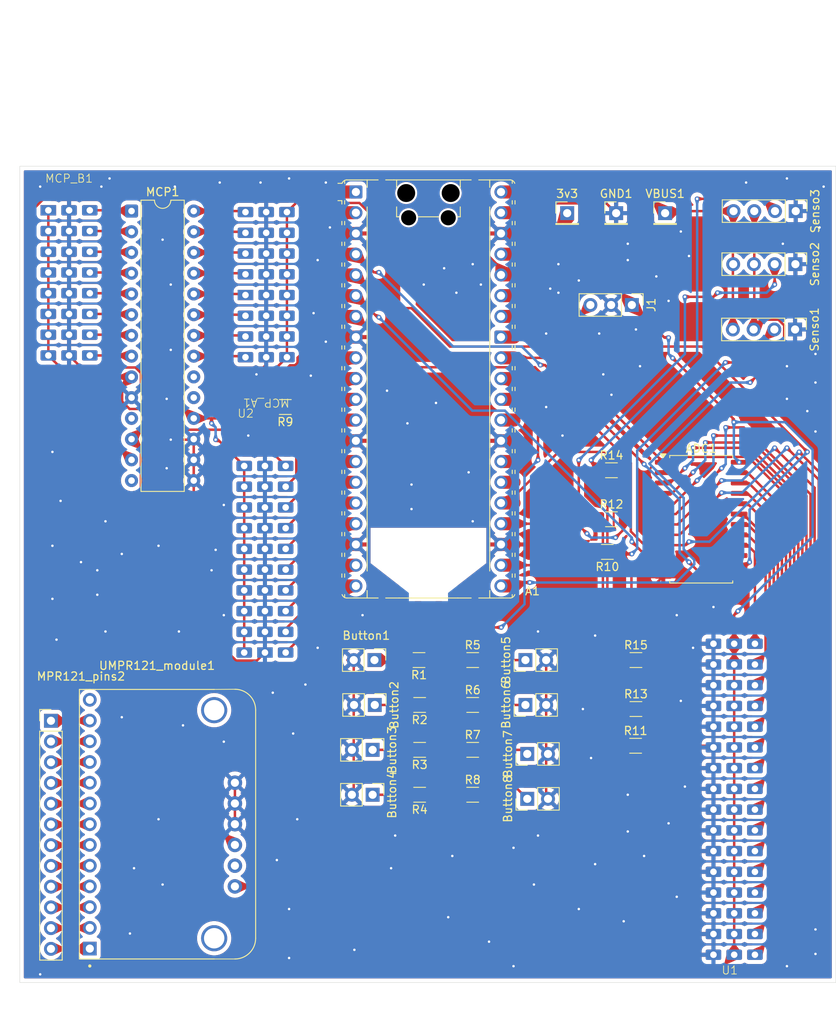
<source format=kicad_pcb>
(kicad_pcb (version 20241229) (generator "pcbnew") (generator_version "9.0")
  (layers (0 "F.Cu" signal) (2 "B.Cu" signal) (13 "F.Paste" user) (15 "B.Paste" user) (5 "F.SilkS" user "F.Silkscreen") (7 "B.SilkS" user "B.Silkscreen") (1 "F.Mask" user) (3 "B.Mask" user) (25 "Edge.Cuts" user))
  (net 0 "")
  (net 3 "Net-(A1-GPIO0)")
  (net 5 "Net-(A1-GPIO4)")
  (net 7 "Net-(A1-GPIO5)")
  (net 8 "Net-(A1-GPIO2)")
  (net 9 "Net-(A1-GPIO26_ADC0)")
  (net 10 "Net-(A1-GPIO27_ADC1)")
  (net 11 "Net-(A1-GPIO1)")
  (net 13 "Net-(A1-GPIO3)")
  (net 14 "Net-(A1-GPIO14)")
  (net 15 "Net-(A1-GPIO6)")
  (net 16 "Net-(A1-GPIO18)")
  (net 17 "Net-(A1-GPIO15)")
  (net 18 "Net-(A1-GPIO12)")
  (net 19 "Net-(A1-GPIO28_ADC2)")
  (net 20 "Net-(A1-GPIO10)")
  (net 21 "Net-(A1-GPIO16)")
  (net 22 "Net-(A1-GPIO17)")
  (net 23 "Net-(A1-GPIO9)")
  (net 24 "Net-(A1-GPIO19)")
  (net 25 "Net-(A1-GPIO13)")
  (net 26 "Net-(A1-GPIO8)")
  (net 27 "Net-(A1-GPIO7)")
  (net 28 "Net-(A1-GPIO11)")
  (net 29 "GND")
  (net 30 "Net-(ADC1-I3)")
  (net 31 "Net-(ADC1-I1)")
  (net 32 "Net-(ADC1-I0)")
  (net 33 "Net-(ADC1-I6)")
  (net 34 "Net-(ADC1-I8)")
  (net 35 "Net-(ADC1-I10)")
  (net 36 "Net-(ADC1-I4)")
  (net 37 "Net-(ADC1-I7)")
  (net 38 "Net-(ADC1-I5)")
  (net 39 "Net-(ADC1-I13)")
  (net 40 "Net-(ADC1-I12)")
  (net 41 "Net-(ADC1-I11)")
  (net 42 "Net-(ADC1-I9)")
  (net 43 "Net-(ADC1-I2)")
  (net 44 "Net-(ADC1-I14)")
  (net 45 "Net-(ADC1-I15)")
  (net 46 "Net-(MPR121_pins2-Pin_11)")
  (net 47 "Net-(MPR121_pins2-Pin_2)")
  (net 48 "Net-(MPR121_pins2-Pin_6)")
  (net 49 "Net-(MPR121_pins2-Pin_7)")
  (net 50 "Net-(MPR121_pins2-Pin_8)")
  (net 51 "Net-(MPR121_pins2-Pin_12)")
  (net 52 "Net-(MPR121_pins2-Pin_1)")
  (net 53 "Net-(MPR121_pins2-Pin_4)")
  (net 54 "Net-(MPR121_pins2-Pin_3)")
  (net 55 "Net-(MPR121_pins2-Pin_9)")
  (net 56 "Net-(MPR121_pins2-Pin_10)")
  (net 57 "Net-(MPR121_pins2-Pin_5)")
  (net 58 "Net-(Button1-Pin_1)")
  (net 59 "Net-(Button2-Pin_1)")
  (net 60 "Net-(Button3-Pin_1)")
  (net 61 "Net-(Button4-Pin_1)")
  (net 62 "Net-(Button5-Pin_1)")
  (net 63 "Net-(Button6-Pin_1)")
  (net 64 "Net-(Button7-Pin_1)")
  (net 68 "Net-(U2-A1)")
  (net 69 "Net-(Senso1-Pin_2)")
  (net 70 "Net-(Senso2-Pin_2)")
  (net 71 "Net-(3v3-Pin_1)")
  (net 72 "Net-(A1-VBUS)")
  (net 74 "Net-(MCP1-GPA4)")
  (net 75 "Net-(MCP1-GPA1)")
  (net 76 "Net-(MCP1-GPA5)")
  (net 77 "Net-(MCP1-GPB2)")
  (net 79 "Net-(MCP1-GPA3)")
  (net 80 "Net-(MCP1-GPB6)")
  (net 82 "Net-(MCP1-GPB5)")
  (net 83 "Net-(MCP1-GPB1)")
  (net 85 "Net-(MCP1-GPA0)")
  (net 86 "Net-(MCP1-GPB7)")
  (net 87 "Net-(MCP1-GPA2)")
  (net 88 "Net-(MCP1-GPB0)")
  (net 89 "Net-(MCP1-GPA7)")
  (net 90 "Net-(MCP1-GPA6)")
  (net 91 "Net-(MCP1-GPB3)")
  (net 92 "Net-(MCP1-GPB4)")
  (net 93 "Net-(Senso3-Pin_2)")
  (footprint "Package_DIP:DIP-28_W7.62mm" (layer "F.Cu") (at 123.695 55.49)
    (property "Reference" "MCP1")
    (property "Value" "MCP23017_SP")
  )
  (footprint "Resistor_SMD:R_1206_3216Metric" (layer "F.Cu") (at 185.5 116.5)
    (property "Reference" "R13")
    (property "Value" "2k")
  )
  (footprint "Resistor_SMD:R_1206_3216Metric" (layer "F.Cu") (at 165.4975 127)
    (property "Reference" "R8")
    (property "Value" "10k")
  )
  (footprint "Package_SO:SOIC-24W_7.5x15.4mm_P1.27mm" (layer "F.Cu") (at 193.5 93.25)
    (property "Reference" "ADC1")
    (property "Value" "CD74HC4067M")
  )
  (footprint "Module:RaspberryPi_Pico_Common_Unspecified" (layer "F.Cu") (at 160.075 77.2875)
    (property "Reference" "A1")
    (property "Value" "RaspberryPi_Pico")
  )
  (footprint "Connector_PinHeader_2.54mm:PinHeader_1x02_P2.54mm_Vertical" (layer "F.Cu") (at 153.5 116 -90)
    (property "Reference" "Button2")
    (property "Value" "Conn_01x02_Pin")
  )
  (footprint "Resistor_SMD:R_1206_3216Metric" (layer "F.Cu") (at 182.5 93.25)
    (property "Reference" "R12")
    (property "Value" "1k")
  )
  (footprint "Connector_PinHeader_2.54mm:PinHeader_1x02_P2.54mm_Vertical" (layer "F.Cu") (at 172.185 127.5 90)
    (property "Reference" "Button8")
    (property "Value" "Conn_01x02_Pin")
  )
  (footprint "Connector_PinHeader_2.54mm:PinHeader_1x01_P2.54mm_Vertical" (layer "F.Cu") (at 189.075 55.75)
    (property "Reference" "VBUS1")
    (property "Value" "Conn_01x01_Pin")
  )
  (footprint "Resistor_SMD:R_1206_3216Metric" (layer "F.Cu") (at 165.4975 121.5)
    (property "Reference" "R7")
    (property "Value" "1.2k")
  )
  (footprint "Connector_PinHeader_2.54mm:PinHeader_1x04_P2.54mm_Vertical" (layer "F.Cu") (at 205.04 62 -90)
    (property "Reference" "Senso2")
    (property "Value" "Conn_01x04_Pin")
  )
  (footprint "Resistor_SMD:R_1206_3216Metric" (layer "F.Cu") (at 165.4975 116)
    (property "Reference" "R6")
    (property "Value" "1.6k")
  )
  (footprint "Library:PinHeader_3x16_2.54mm" (layer "F.Cu") (at 200.08 146.6 180)
    (property "Reference" "U1")
    (property "Value" "~")
  )
  (footprint "Connector_PinHeader_2.54mm:PinHeader_1x02_P2.54mm_Vertical" (layer "F.Cu") (at 171.96 116 90)
    (property "Reference" "Button6")
    (property "Value" "Conn_01x02_Pin")
  )
  (footprint "Resistor_SMD:R_1206_3216Metric" (layer "F.Cu") (at 158.9975 121.5 180)
    (property "Reference" "R3")
    (property "Value" "4.7k")
  )
  (footprint "Library:PinHeader_3x10" (layer "F.Cu") (at 137.5 86.72)
    (property "Reference" "U2")
    (property "Value" "~")
  )
  (footprint "Resistor_SMD:R_1206_3216Metric" (layer "F.Cu") (at 182.5 87.25)
    (property "Reference" "R14")
    (property "Value" "1k")
  )
  (footprint "Resistor_SMD:R_1206_3216Metric" (layer "F.Cu") (at 185.5 110.5)
    (property "Reference" "R15")
    (property "Value" "2k")
  )
  (footprint "Resistor_SMD:R_1206_3216Metric" (layer "F.Cu") (at 158.9225 110.5 180)
    (property "Reference" "R1")
    (property "Value" "15k")
  )
  (footprint "Connector_PinHeader_2.54mm:PinHeader_1x01_P2.54mm_Vertical" (layer "F.Cu") (at 183.075 55.75)
    (property "Reference" "GND1")
    (property "Value" "Conn_01x01_Pin")
  )
  (footprint "Resistor_SMD:R_1206_3216Metric" (layer "F.Cu") (at 165.4975 110.5)
    (property "Reference" "R5")
    (property "Value" "2.2k")
  )
  (footprint "1982:MODULE_1982" (layer "F.Cu") (at 136.36075 147.1175 90)
    (property "Reference" "UMPR121_module1")
    (property "Value" "1982")
  )
  (footprint "Connector_PinHeader_2.54mm:PinHeader_1x01_P2.54mm_Vertical" (layer "F.Cu") (at 177.075 55.75)
    (property "Reference" "3v3")
    (property "Value" "Conn_01x01_Pin")
  )
  (footprint "Connector_PinHeader_2.54mm:PinHeader_1x02_P2.54mm_Vertical" (layer "F.Cu") (at 153.46 110.5 -90)
    (property "Reference" "Button1")
    (property "Value" "Conn_01x02_Pin" (hide yes))
  )
  (footprint "Connector_PinHeader_2.54mm:PinHeader_1x12_P2.54mm_Vertical" (layer "F.Cu") (at 113.82075 117.9375)
    (property "Reference" "MPR121_pins2")
    (property "Value" "Conn_01x12_Pin")
  )
  (footprint "Library:PinHeader_3x8_2.54mm" (layer "F.Cu") (at 140.195 73.4 180)
    (property "Reference" "MCP_A1")
    (property "Value" "~")
  )
  (footprint "Connector_PinHeader_2.54mm:PinHeader_1x02_P2.54mm_Vertical" (layer "F.Cu") (at 172.185 122 90)
    (property "Reference" "Button7")
    (property "Value" "Conn_01x02_Pin")
  )
  (footprint "Resistor_SMD:R_1206_3216Metric" (layer "F.Cu") (at 185.4625 121)
    (property "Reference" "R11")
    (property "Value" "2k")
  )
  (footprint "Connector_PinHeader_2.54mm:PinHeader_1x03_P2.54mm_Vertical" (layer "F.Cu") (at 185 67 -90)
    (property "Reference" "J1")
    (property "Value" "Conn_01x03_Pin")
  )
  (footprint "Resistor_SMD:R_1206_3216Metric" (layer "F.Cu") (at 158.9975 127 180)
    (property "Reference" "R4")
    (property "Value" "3k")
  )
  (footprint "Connector_PinHeader_2.54mm:PinHeader_1x04_P2.54mm_Vertical" (layer "F.Cu") (at 205 70 -90)
    (property "Reference" "Senso1")
    (property "Value" "Conn_01x04_Pin")
  )
  (footprint "Connector_PinHeader_2.54mm:PinHeader_1x04_P2.54mm_Vertical" (layer "F.Cu") (at 205.08 55.5 -90)
    (property "Reference" "Senso3")
    (property "Value" "Conn_01x04_Pin")
  )
  (footprint "Resistor_SMD:R_1206_3216Metric" (layer "F.Cu") (at 142.5375 79.5 180)
    (property "Reference" "R9")
    (property "Value" "330")
  )
  (footprint "Connector_PinHeader_2.54mm:PinHeader_1x02_P2.54mm_Vertical" (layer "F.Cu") (at 171.96 110.5 90)
    (property "Reference" "Button5")
    (property "Value" "Conn_01x02_Pin")
  )
  (footprint "Library:PinHeader_3x8_2.54mm" (layer "F.Cu") (at 116.04 55.4)
    (property "Reference" "MCP_B1")
    (property "Value" "~")
  )
  (footprint "Resistor_SMD:R_1206_3216Metric" (layer "F.Cu") (at 182 97.25 180)
    (property "Reference" "R10")
    (property "Value" "1k")
  )
  (footprint "Connector_PinHeader_2.54mm:PinHeader_1x02_P2.54mm_Vertical" (layer "F.Cu") (at 153.235 121.5 -90)
    (property "Reference" "Button3")
    (property "Value" "Conn_01x02_Pin")
  )
  (footprint "Connector_PinHeader_2.54mm:PinHeader_1x02_P2.54mm_Vertical" (layer "F.Cu") (at 153.235 127 -90)
    (property "Reference" "Button4")
    (property "Value" "Conn_01x02_Pin")
  )
  (footprint "Resistor_SMD:R_1206_3216Metric" (layer "F.Cu") (at 158.9975 116 180)
    (property "Reference" "R2")
    (property "Value" "7.5k")
  )
  (gr_rect (start 110 50) (end 210 150) (stroke (width 0.05)) (fill no) (layer "Edge.Cuts"))
  (segment (start 111.5 55.422424) (end 113.764924 53.1575) (width 0.3) (layer "F.Cu") (net 3))
  (segment (start 111.5 73.775) (end 111.5 55.422424) (width 0.3) (layer "F.Cu") (net 3))
  (segment (start 113.764924 53.1575) (end 150.385 53.1575) (width 0.3) (layer "F.Cu") (net 3))
  (segment (start 123.695 85.97) (end 111.5 73.775) (width 0.3) (layer "F.Cu") (net 3))
  (segment (start 154 68.5) (end 153.8275 68.5) (width 0.3) (layer "F.Cu") (net 5))
  (segment (start 187.965 98.965) (end 185 96) (width 0.3) (layer "F.Cu") (net 5))
  (segment (start 153.8275 68.5) (end 151.185 65.8575) (width 0.3) (layer "F.Cu") (net 5))
  (segment (start 188.85 98.965) (end 187.965 98.965) (width 0.3) (layer "F.Cu") (net 5))
  (via (at 185 96) (size 0.6) (drill 0.3) (layers "F.Cu" "B.Cu") (net 5))
  (via (at 154 68.5) (size 0.6) (drill 0.3) (layers "F.Cu" "B.Cu") (net 5))
  (segment (start 165.4465 79.9465) (end 154 68.5) (width 0.3) (layer "B.Cu") (net 5))
  (segment (start 169.44176 79.9465) (end 165.4465 79.9465) (width 0.3) (layer "B.Cu") (net 5))
  (segment (start 185 96) (end 185 95.50474) (width 0.3) (layer "B.Cu") (net 5))
  (segment (start 185 95.50474) (end 169.44176 79.9465) (width 0.3) (layer "B.Cu") (net 5))
  (segment (start 188.85 97.695) (end 187.825001 97.695) (width 0.3) (layer "F.Cu") (net 7))
  (segment (start 157.416 74.6285) (end 151.185 68.3975) (width 0.3) (layer "F.Cu") (net 7))
  (segment (start 184.876 94.745999) (end 184.876 86.36913) (width 0.3) (layer "F.Cu") (net 7))
  (segment (start 184.876 86.36913) (end 173.13537 74.6285) (width 0.3) (layer "F.Cu") (net 7))
  (segment (start 187.825001 97.695) (end 184.876 94.745999) (width 0.3) (layer "F.Cu") (net 7))
  (segment (start 173.13537 74.6285) (end 157.416 74.6285) (width 0.3) (layer "F.Cu") (net 7))
  (segment (start 153.4075 63) (end 151.185 60.7775) (width 0.3) (layer "F.Cu") (net 8))
  (segment (start 193.735 100.235) (end 192 98.5) (width 0.3) (layer "F.Cu") (net 8))
  (segment (start 198.15 100.235) (end 193.735 100.235) (width 0.3) (layer "F.Cu") (net 8))
  (segment (start 186.5 86.5) (end 174.367381 74.367381) (width 0.3) (layer "F.Cu") (net 8))
  (segment (start 154 63) (end 153.4075 63) (width 0.3) (layer "F.Cu") (net 8))
  (segment (start 174.367381 74.367381) (end 173.79349 74.367381) (width 0.3) (layer "F.Cu") (net 8))
  (via (at 186.5 86.5) (size 0.6) (drill 0.3) (layers "F.Cu" "B.Cu") (net 8))
  (via (at 173.79349 74.367381) (size 0.6) (drill 0.3) (layers "F.Cu" "B.Cu") (net 8))
  (via (at 192 98.5) (size 0.6) (drill 0.3) (layers "F.Cu" "B.Cu") (net 8))
  (via (at 154 63) (size 0.6) (drill 0.3) (layers "F.Cu" "B.Cu") (net 8))
  (segment (start 190.849 97.349) (end 190.849 93.5) (width 0.3) (layer "B.Cu") (net 8))
  (segment (start 163.0935 72.0935) (end 154 63) (width 0.3) (layer "B.Cu") (net 8))
  (segment (start 192 98.5) (end 190.849 97.349) (width 0.3) (layer "B.Cu") (net 8))
  (segment (start 171.519609 72.0935) (end 163.0935 72.0935) (width 0.3) (layer "B.Cu") (net 8))
  (segment (start 173.79349 74.367381) (end 171.519609 72.0935) (width 0.3) (layer "B.Cu") (net 8))
  (segment (start 190.849 93.5) (end 190.849 90.849) (width 0.3) (layer "B.Cu") (net 8))
  (segment (start 190.849 90.849) (end 186.5 86.5) (width 0.3) (layer "B.Cu") (net 8))
  (segment (start 159.5465 127.88087) (end 159.89163 128.226) (width 0.3) (layer "F.Cu") (net 9))
  (segment (start 164.035 121.5) (end 164.035 127) (width 0.3) (layer "F.Cu") (net 9))
  (segment (start 170.0175 76.0175) (end 173.5 79.5) (width 0.3) (layer "F.Cu") (net 9))
  (segment (start 165.261 125.774) (end 170.459 125.774) (width 0.3) (layer "F.Cu") (net 9))
  (segment (start 164.035 127) (end 165.261 125.774) (width 0.3) (layer "F.Cu") (net 9))
  (segment (start 164.035 125.21937) (end 164.035 121.5) (width 0.3) (layer "F.Cu") (net 9))
  (segment (start 170.459 125.774) (end 172.185 127.5) (width 0.3) (layer "F.Cu") (net 9))
  (segment (start 168.965 76.0175) (end 170.0175 76.0175) (width 0.3) (layer "F.Cu") (net 9))
  (segment (start 173.5 79.5) (end 173.5 86) (width 0.3) (layer "F.Cu") (net 9))
  (segment (start 159.89163 128.226) (end 161.02837 128.226) (width 0.3) (layer "F.Cu") (net 9))
  (segment (start 166.5 106.5) (end 164.938804 104.938804) (width 0.3) (layer "F.Cu") (net 9))
  (segment (start 161.5 124.16563) (end 159.5465 126.11913) (width 0.3) (layer "F.Cu") (net 9))
  (segment (start 159.5465 126.11913) (end 159.5465 127.88087) (width 0.3) (layer "F.Cu") (net 9))
  (segment (start 161.5 108.377609) (end 161.5 124.16563) (width 0.3) (layer "F.Cu") (net 9))
  (segment (start 161.02837 128.226) (end 164.035 125.21937) (width 0.3) (layer "F.Cu") (net 9))
  (segment (start 169 106.5) (end 166.5 106.5) (width 0.3) (layer "F.Cu") (net 9))
  (segment (start 161.5 108.377609) (end 164.938804 104.938804) (width 0.3) (layer "F.Cu") (net 9))
  (segment (start 161.499 108.378609) (end 161.5 108.377609) (width 0.3) (layer "F.Cu") (net 9))
  (via (at 169 106.5) (size 0.6) (drill 0.3) (layers "F.Cu" "B.Cu") (net 9))
  (via (at 173.5 86) (size 0.6) (drill 0.3) (layers "F.Cu" "B.Cu") (net 9))
  (segment (start 171.849 87.651) (end 171.849 103.651) (width 0.3) (layer "B.Cu") (net 9))
  (segment (start 173.5 86) (end 171.849 87.651) (width 0.3) (layer "B.Cu") (net 9))
  (segment (start 171.849 103.651) (end 169 106.5) (width 0.3) (layer "B.Cu") (net 9))
  (segment (start 188.85 86.265) (end 176.0625 73.4775) (width 0.3) (layer "F.Cu") (net 10))
  (segment (start 176.0625 73.4775) (end 169.765 73.4775) (width 0.3) (layer "F.Cu") (net 10))
  (segment (start 145.3025 55.6975) (end 150.385 55.6975) (width 0.3) (layer "F.Cu") (net 11))
  (segment (start 143.114 74.386) (end 143.726576 74.386) (width 0.3) (layer "F.Cu") (net 11))
  (segment (start 144.5 73) (end 144.5 56.5) (width 0.3) (layer "F.Cu") (net 11))
  (segment (start 136.36075 133.1475) (end 124.846 121.63275) (width 0.3) (layer "F.Cu") (net 11))
  (segment (start 123.695 83.43) (end 124.846 82.279) (width 0.3) (layer "F.Cu") (net 11))
  (segment (start 135.221 82.279) (end 143.114 74.386) (width 0.3) (layer "F.Cu") (net 11))
  (segment (start 143.726576 74.386) (end 144.0385 74.074076) (width 0.3) (layer "F.Cu") (net 11))
  (segment (start 124.846 121.63275) (end 124.846 84.581) (width 0.3) (layer "F.Cu") (net 11))
  (segment (start 144.0385 74.074076) (end 144.0385 73.4615) (width 0.3) (layer "F.Cu") (net 11))
  (segment (start 144.0385 73.4615) (end 144.5 73) (width 0.3) (layer "F.Cu") (net 11))
  (segment (start 124.846 82.279) (end 135.221 82.279) (width 0.3) (layer "F.Cu") (net 11))
  (segment (start 124.846 84.581) (end 123.695 83.43) (width 0.3) (layer "F.Cu") (net 11))
  (segment (start 144.5 56.5) (end 145.3025 55.6975) (width 0.3) (layer "F.Cu") (net 11))
  (segment (start 157.993629 67.3885) (end 155.256 67.3885) (width 0.3) (layer "F.Cu") (net 13))
  (segment (start 206.5 85) (end 193.5935 72.0935) (width 0.3) (layer "F.Cu") (net 13))
  (segment (start 198.965 98.965) (end 199.43 98.5) (width 0.3) (layer "F.Cu") (net 13))
  (segment (start 162.698629 72.0935) (end 157.993629 67.3885) (width 0.3) (layer "F.Cu") (net 13))
  (segment (start 198.15 98.965) (end 198.965 98.965) (width 0.3) (layer "F.Cu") (net 13))
  (segment (start 155.256 67.3885) (end 151.185 63.3175) (width 0.3) (layer "F.Cu") (net 13))
  (segment (start 193.5935 72.0935) (end 162.698629 72.0935) (width 0.3) (layer "F.Cu") (net 13))
  (via (at 206.5 85) (size 0.6) (drill 0.3) (layers "F.Cu" "B.Cu") (net 13))
  (via (at 199.43 98.5) (size 0.6) (drill 0.3) (layers "F.Cu" "B.Cu") (net 13))
  (segment (start 199.43 92.07) (end 206.5 85) (width 0.3) (layer "B.Cu") (net 13))
  (segment (start 199.43 98.5) (end 199.43 92.07) (width 0.3) (layer "B.Cu") (net 13))
  (segment (start 142.58 107.04) (end 142.58 106.6825) (width 0.3) (layer "F.Cu") (net 14))
  (segment (start 142.58 106.6825) (end 150.385 98.8775) (width 0.3) (layer "F.Cu") (net 14))
  (segment (start 144 79.5) (end 150.0225 73.4775) (width 0.3) (layer "F.Cu") (net 15))
  (segment (start 150.0225 73.4775) (end 150.385 73.4775) (width 0.3) (layer "F.Cu") (net 15))
  (segment (start 183.9625 94.5375) (end 183 95.5) (width 0.3) (layer "F.Cu") (net 16))
  (segment (start 178.2975 93.7975) (end 169.765 93.7975) (width 0.3) (layer "F.Cu") (net 16))
  (segment (start 183.9625 93.25) (end 183.9625 94.5375) (width 0.3) (layer "F.Cu") (net 16))
  (segment (start 179.5 95) (end 178.2975 93.7975) (width 0.3) (layer "F.Cu") (net 16))
  (via (at 183 95.5) (size 0.6) (drill 0.3) (layers "F.Cu" "B.Cu") (net 16))
  (via (at 179.5 95) (size 0.6) (drill 0.3) (layers "F.Cu" "B.Cu") (net 16))
  (segment (start 180 95.5) (end 179.5 95) (width 0.3) (layer "B.Cu") (net 16))
  (segment (start 183 95.5) (end 180 95.5) (width 0.3) (layer "B.Cu") (net 16))
  (segment (start 150.385 101.775) (end 150.385 101.4175) (width 0.3) (layer "F.Cu") (net 17))
  (segment (start 142.58 109.58) (end 150.385 101.775) (width 0.3) (layer "F.Cu") (net 17))
  (segment (start 147.7425 91.2575) (end 150.385 91.2575) (width 0.3) (layer "F.Cu") (net 18))
  (segment (start 147.5 91.5) (end 147.7425 91.2575) (width 0.3) (layer "F.Cu") (net 18))
  (segment (start 147.5 97.04) (end 147.5 91.5) (width 0.3) (layer "F.Cu") (net 18))
  (segment (start 142.58 101.96) (end 147.5 97.04) (width 0.3) (layer "F.Cu") (net 18))
  (segment (start 178.5225 68.3975) (end 169.765 68.3975) (width 0.3) (layer "F.Cu") (net 19))
  (segment (start 179.92 67) (end 178.5225 68.3975) (width 0.3) (layer "F.Cu") (net 19))
  (segment (start 142.58 96.88) (end 146 93.46) (width 0.3) (layer "F.Cu") (net 20))
  (segment (start 146 86.5) (end 146.3225 86.1775) (width 0.3) (layer "F.Cu") (net 20))
  (segment (start 146.3225 86.1775) (end 150.385 86.1775) (width 0.3) (layer "F.Cu") (net 20))
  (segment (start 146 93.46) (end 146 86.5) (width 0.3) (layer "F.Cu") (net 20))
  (segment (start 170.1825 101) (end 169.765 101.4175) (width 0.3) (layer "F.Cu") (net 21))
  (segment (start 172.5 101) (end 170.1825 101) (width 0.3) (layer "F.Cu") (net 21))
  (segment (start 200 69.92) (end 199.92 70) (width 0.3) (layer "F.Cu") (net 21))
  (segment (start 200 55.5) (end 200 69.92) (width 0.3) (layer "F.Cu") (net 21))
  (segment (start 201.121 68.799) (end 202.957471 68.799) (width 0.3) (layer "F.Cu") (net 21))
  (segment (start 203.661 72.339) (end 199.5 76.5) (width 0.3) (layer "F.Cu") (net 21))
  (segment (start 203.661 69.502529) (end 203.661 72.339) (width 0.3) (layer "F.Cu") (net 21))
  (segment (start 202.957471 68.799) (end 203.661 69.502529) (width 0.3) (layer "F.Cu") (net 21))
  (segment (start 199.92 70) (end 201.121 68.799) (width 0.3) (layer "F.Cu") (net 21))
  (via (at 172.5 101) (size 0.6) (drill 0.3) (layers "F.Cu" "B.Cu") (net 21))
  (via (at 199.5 76.5) (size 0.6) (drill 0.3) (layers "F.Cu" "B.Cu") (net 21))
  (segment (start 199.5 76.5) (end 197.09348 76.5) (width 0.3) (layer "B.Cu") (net 21))
  (segment (start 197.09348 76.5) (end 187.151 86.44248) (width 0.3) (layer "B.Cu") (net 21))
  (segment (start 192.651 98.230346) (end 192.651 98.769654) (width 0.3) (layer "B.Cu") (net 21))
  (segment (start 191.35 90.641479) (end 191.35 96.929346) (width 0.3) (layer "B.Cu") (net 21))
  (segment (start 190.420654 101) (end 172.5 101) (width 0.3) (layer "B.Cu") (net 21))
  (segment (start 187.151 86.44248) (end 191.35 90.641479) (width 0.3) (layer "B.Cu") (net 21))
  (segment (start 191.35 96.929346) (end 192.651 98.230346) (width 0.3) (layer "B.Cu") (net 21))
  (segment (start 192.651 98.769654) (end 190.420654 101) (width 0.3) (layer "B.Cu") (net 21))
  (segment (start 178.91 98.8775) (end 169.765 98.8775) (width 0.3) (layer "F.Cu") (net 22))
  (segment (start 180.5375 97.25) (end 178.91 98.8775) (width 0.3) (layer "F.Cu") (net 22))
  (segment (start 145.07551 84.57551) (end 148.55352 81.0975) (width 0.3) (layer "F.Cu") (net 23))
  (segment (start 142.58 94.34) (end 145.07551 91.84449) (width 0.3) (layer "F.Cu") (net 23))
  (segment (start 145.07551 91.84449) (end 145.07551 84.57551) (width 0.3) (layer "F.Cu") (net 23))
  (segment (start 148.55352 81.0975) (end 150.385 81.0975) (width 0.3) (layer "F.Cu") (net 23))
  (segment (start 183.9625 87.25) (end 181.7125 85) (width 0.3) (layer "F.Cu") (net 24))
  (segment (start 181.7125 85) (end 176.0225 85) (width 0.3) (layer "F.Cu") (net 24))
  (segment (start 176.0225 85) (end 169.765 91.2575) (width 0.3) (layer "F.Cu") (net 24))
  (segment (start 148.429 98.651) (end 148.429 95.7535) (width 0.3) (layer "F.Cu") (net 25))
  (segment (start 142.58 104.5) (end 148.429 98.651) (width 0.3) (layer "F.Cu") (net 25))
  (segment (start 148.429 95.7535) (end 150.385 93.7975) (width 0.3) (layer "F.Cu") (net 25))
  (segment (start 142.58 91.8) (end 144.3845 89.9955) (width 0.3) (layer "F.Cu") (net 26))
  (segment (start 144.3845 89.9955) (end 144.3845 84.558) (width 0.3) (layer "F.Cu") (net 26))
  (segment (start 144.3845 84.558) (end 150.385 78.5575) (width 0.3) (layer "F.Cu") (net 26))
  (segment (start 142.58 89.26) (end 143.8835 87.9565) (width 0.3) (layer "F.Cu") (net 27))
  (segment (start 143.8835 87.9565) (end 143.8835 82.519) (width 0.3) (layer "F.Cu") (net 27))
  (segment (start 143.8835 82.519) (end 150.385 76.0175) (width 0.3) (layer "F.Cu") (net 27))
  (segment (start 147 89.5) (end 147.7825 88.7175) (width 0.3) (layer "F.Cu") (net 28))
  (segment (start 147.7825 88.7175) (end 150.385 88.7175) (width 0.3) (layer "F.Cu") (net 28))
  (segment (start 142.58 99.42) (end 147 95) (width 0.3) (layer "F.Cu") (net 28))
  (segment (start 147 95) (end 147 89.5) (width 0.3) (layer "F.Cu") (net 28))
  (segment (start 174.5 110.5) (end 174.5 127.275) (width 0.3) (layer "F.Cu") (net 29))
  (segment (start 194.8 121) (end 195 121.2) (width 0.3) (layer "F.Cu") (net 29))
  (segment (start 140.04 109.58) (end 140.04 86.72) (width 0.3) (layer "F.Cu") (net 29))
  (segment (start 124.846 77.199) (end 126.699 77.199) (width 0.3) (layer "F.Cu") (net 29))
  (segment (start 191.857678 97.695) (end 189.317678 100.235) (width 0.3) (layer "F.Cu") (net 29))
  (segment (start 140.04 86.72) (end 140.04 78.16852) (width 0.3) (layer "F.Cu") (net 29))
  (segment (start 124.17176 74.659) (end 124.846 75.33324) (width 0.3) (layer "F.Cu") (net 29))
  (segment (start 131.245 83.5) (end 131.315 83.43) (width 0.3) (layer "F.Cu") (net 29))
  (segment (start 116.04 73.18) (end 117.519 74.659) (width 0.3) (layer "F.Cu") (net 29))
  (segment (start 117.519 74.659) (end 124.17176 74.659) (width 0.3) (layer "F.Cu") (net 29))
  (segment (start 131.315 105.372576) (end 136.508424 110.566) (width 0.3) (layer "F.Cu") (net 29))
  (segment (start 186.9625 102.1225) (end 186.9625 110.5) (width 0.3) (layer "F.Cu") (net 29))
  (segment (start 150.92 110.5) (end 150.92 126.775) (width 0.3) (layer "F.Cu") (net 29))
  (segment (start 145.66125 75.66125) (end 150.385 70.9375) (width 0.3) (layer "F.Cu") (net 29))
  (segment (start 143.46824 77.85426) (end 145.66125 75.66125) (width 0.3) (layer "F.Cu") (net 29))
  (segment (start 136.508424 110.566) (end 139.054 110.566) (width 0.3) (layer "F.Cu") (net 29))
  (segment (start 183.075 55.75) (end 181.874 54.549) (width 0.3) (layer "F.Cu") (net 29))
  (segment (start 131.315 83.43) (end 131.315 88.51) (width 0.3) (layer "F.Cu") (net 29))
  (segment (start 128.5 83.5) (end 131.245 83.5) (width 0.3) (layer "F.Cu") (net 29))
  (segment (start 186.9625 120.9625) (end 186.925 121) (width 0.3) (layer "F.Cu") (net 29))
  (segment (start 140.195 55.62) (end 140.195 73.4) (width 0.3) (layer "F.Cu") (net 29))
  (segment (start 198.15 97.695) (end 191.857678 97.695) (width 0.3) (layer "F.Cu") (net 29))
  (segment (start 116.04 55.4) (end 116.04 73.18) (width 0.3) (layer "F.Cu") (net 29))
  (segment (start 181.874 54.549) (end 173.4535 54.549) (width 0.3) (layer "F.Cu") (net 29))
  (segment (start 124.846 75.33324) (end 124.846 77.199) (width 0.3) (layer "F.Cu") (net 29))
  (segment (start 174.5 127.275) (end 174.725 127.5) (width 0.3) (layer "F.Cu") (net 29))
  (segment (start 189.317678 100.235) (end 188.85 100.235) (width 0.3) (layer "F.Cu") (net 29))
  (segment (start 186.925 121) (end 194.8 121) (width 0.3) (layer "F.Cu") (net 29))
  (segment (start 188.85 100.235) (end 186.9625 102.1225) (width 0.3) (layer "F.Cu") (net 29))
  (segment (start 140.35426 77.85426) (end 143.46824 77.85426) (width 0.3) (layer "F.Cu") (net 29))
  (segment (start 150.92 126.775) (end 150.695 127) (width 0.3) (layer "F.Cu") (net 29))
  (segment (start 126.699 77.199) (end 128 78.5) (width 0.3) (layer "F.Cu") (net 29))
  (segment (start 150.5875 121.6075) (end 150.695 121.5) (width 0.3) (layer "F.Cu") (net 29))
  (segment (start 173.4535 54.549) (end 169.765 58.2375) (width 0.3) (layer "F.Cu") (net 29))
  (segment (start 124.846 77.199) (end 123.695 78.35) (width 0.3) (layer "F.Cu") (net 29))
  (segment (start 140.195 74.305) (end 139 75.5) (width 0.3) (layer "F.Cu") (net 29))
  (segment (start 186.9625 110.5) (end 186.9625 120.9625) (width 0.3) (layer "F.Cu") (net 29))
  (segment (start 140.04 78.16852) (end 140.35426 77.85426) (width 0.3) (layer "F.Cu") (net 29))
  (segment (start 131.315 88.51) (end 131.315 105.372576) (width 0.3) (layer "F.Cu") (net 29))
  (segment (start 139.054 110.566) (end 140.04 109.58) (width 0.3) (layer "F.Cu") (net 29))
  (segment (start 136.36075 125.5275) (end 136.36075 130.6075) (width 0.3) (layer "F.Cu") (net 29))
  (segment (start 195 146.6) (end 195 108.5) (width 0.3) (layer "F.Cu") (net 29))
  (segment (start 140.195 73.4) (end 140.195 74.305) (width 0.3) (layer "F.Cu") (net 29))
  (segment (start 150.145 110.5) (end 150.92 110.5) (width 0.3) (layer "F.Cu") (net 29))
  (via (at 128 78.5) (size 0.6) (drill 0.3) (layers "F.Cu" "B.Cu") (net 29))
  (via (at 168.965 83.6375) (size 0.6) (drill 0.3) (layers "F.Cu" "B.Cu") (net 29))
  (via (at 124 136) (size 0.6) (drill 0.3) (layers "F.Cu" "B.Cu") (net 29))
  (via (at 112.5 149) (size 0.6) (drill 0.3) (layers "F.Cu" "B.Cu") (net 29))
  (via (at 163.5 65.5) (size 0.6) (drill 0.3) (layers "F.Cu" "B.Cu") (net 29))
  (via (at 141 114.5) (size 0.6) (drill 0.3) (layers "F.Cu" "B.Cu") (net 29))
  (via (at 146.5 109) (size 0.6) (drill 0.3) (layers "F.Cu" "B.Cu") (net 29))
  (via (at 119.5 99.5) (size 0.6) (drill 0.3) (layers "F.Cu" "B.Cu") (net 29))
  (via (at 176 62) (size 0.6) (drill 0.3) (layers "F.Cu" "B.Cu") (net 29))
  (via (at 207.5 76.5) (size 0.6) (drill 0.3) (layers "F.Cu" "B.Cu") (net 29))
  (via (at 170.5 148) (size 0.6) (drill 0.3) (layers "F.Cu" "B.Cu") (net 29))
  (via (at 123.5 144) (size 0.6) (drill 0.3) (layers "F.Cu" "B.Cu") (net 29))
  (via (at 175 65) (size 0.6) (drill 0.3) (layers "F.Cu" "B.Cu") (net 29))
  (via (at 180 122.5) (size 0.6) (drill 0.3) (layers "F.Cu" "B.Cu") (net 29))
  (via (at 162 62.5) (size 0.6) (drill 0.3) (layers "F.Cu" "B.Cu") (net 29))
  (via (at 143 51.5) (size 0.6) (drill 0.3) (layers "F.Cu" "B.Cu") (net 29))
  (via (at 143.5 119.5) (size 0.6) (drill 0.3) (layers "F.Cu" "B.Cu") (net 29))
  (via (at 173.5 107) (size 0.6) (drill 0.3) (layers "F.Cu" "B.Cu") (net 29))
  (via (at 168.965 83.6375) (size 0.6) (drill 0.3) (layers "F.Cu" "B.Cu") (net 29))
  (via (at 186 74.5) (size 0.6) (drill 0.3) (layers "F.Cu" "B.Cu") (net 29))
  (via (at 155 77.5) (size 0.6) (drill 0.3) (layers "F.Cu" "B.Cu") (net 29))
  (via (at 143 147) (size 0.6) (drill 0.3) (layers "F.Cu" "B.Cu") (net 29))
  (via (at 129 52.5) (size 0.6) (drill 0.3) (layers "F.Cu" "B.Cu") (net 29))
  (via (at 157.5 81.5) (size 0.6) (drill 0.3) (layers "F.Cu" "B.Cu") (net 29))
  (via (at 184.5 127) (size 0.6) (drill 0.3) (layers "F.Cu" "B.Cu") (net 29))
  (via (at 127 96.5) (size 0.6) (drill 0.3) (layers "F.Cu" "B.Cu") (net 29))
  (via (at 184 142.5) (size 0.6) (drill 0.3) (layers "F.Cu" "B.Cu") (net 29))
  (via (at 128 87) (size 0.6) (drill 0.3) (layers "F.Cu" "B.Cu") (net 29))
  (via (at 146.5 61.5) (size 0.6) (drill 0.3) (layers "F.Cu" "B.Cu") (net 29))
  (via (at 115 91) (size 0.6) (drill 0.3) (layers "F.Cu" "B.Cu") (net 29))
  (via (at 128.5 64.5) (size 0.6) (drill 0.3) (layers "F.Cu" "B.Cu") (net 29))
  (via (at 145 113.5) (size 0.6) (drill 0.3) (layers "F.Cu" "B.Cu") (net 29))
  (via (at 189.5 66.5) (size 0.6) (drill 0.3) (layers "F.Cu" "B.Cu") (net 29))
  (via (at 139 75.5) (size 0.6) (drill 0.3) (layers "F.Cu" "B.Cu") (net 29))
  (via (at 148 57.5) (size 0.6) (drill 0.3) (layers "F.Cu" "B.Cu") (net 29))
  (via (at 139.5 52) (size 0.6) (drill 0.3) (layers "F.Cu" "B.Cu") (net 29))
  (via (at 181.5 75.5) (size 0.6) (drill 0.3) (layers "F.Cu" "B.Cu") (net 29))
  (via (at 189.5 130.5) (size 0.6) (drill 0.3) (layers "F.Cu" "B.Cu") (net 29))
  (via (at 199 52) (size 0.6) (drill 0.3) (layers "F.Cu" "B.Cu") (net 29))
  (via (at 133.5 99.5) (size 0.6) (drill 0.3) (layers "F.Cu" "B.Cu") (net 29))
  (via (at 190.5 139.5) (size 0.6) (drill 0.3) (layers "F.Cu" "B.Cu") (net 29))
  (via (at 184.5 61.5) (size 0.6) (drill 0.3) (layers "F.Cu" "B.Cu") (net 29))
  (via (at 191 58) (size 0.6) (drill 0.3) (layers "F.Cu" "B.Cu") (net 29))
  (via (at 135 91.5) (size 0.6) (drill 0.3) (layers "F.Cu" "B.Cu") (net 29))
  (via (at 135 105) (size 0.6) (drill 0.3) (layers "F.Cu" "B.Cu") (net 29))
  (via (at 134 97) (size 0.6) (drill 0.3) (layers "F.Cu" "B.Cu") (net 29))
  (via (at 120.5 93.5) (size 0.6) (drill 0.3) (layers "F.Cu" "B.Cu") (net 29))
  (via (at 130 118.5) (size 0.6) (drill 0.3) (layers "F.Cu" "B.Cu") (net 29))
  (via (at 208 57.5) (size 0.6) (drill 0.3) (layers "F.Cu" "B.Cu") (net 29))
  (via (at 178.5 64) (size 0.6) (drill 0.3) (layers "F.Cu" "B.Cu") (net 29))
  (via (at 204 51.5) (size 0.6) (drill 0.3) (layers "F.Cu" "B.Cu") (net 29))
  (via (at 191 115.5) (size 0.6) (drill 0.3) (layers "F.Cu" "B.Cu") (net 29))
  (via (at 176 65.5) (size 0.6) (drill 0.3) (layers "F.Cu" "B.Cu") (net 29))
  (via (at 188 63.5) (size 0.6) (drill 0.3) (layers "F.Cu" "B.Cu") (net 29))
  (via (at 163 134.5) (size 0.6) (drill 0.3) (layers "F.Cu" "B.Cu") (net 29))
  (via (at 122.5 117.5) (size 0.6) (drill 0.3) (layers "F.Cu" "B.Cu") (net 29))
  (via (at 166.5 64.5) (size 0.6) (drill 0.3) (layers "F.Cu" "B.Cu") (net 29))
  (via (at 203.5 59.5) (size 0.6) (drill 0.3) (layers "F.Cu" "B.Cu") (net 29))
  (via (at 190.5 105) (size 0.6) (drill 0.3) (layers "F.Cu" "B.Cu") (net 29))
  (via (at 141.5 135) (size 0.6) (drill 0.3) (layers "F.Cu" "B.Cu") (net 29))
  (via (at 174.5 79.5) (size 0.6) (drill 0.3) (layers "F.Cu" "B.Cu") (net 29))
  (via (at 147.5 52) (size 0.6) (drill 0.3) (layers "F.Cu" "B.Cu") (net 29))
  (via (at 147.5 71.5) (size 0.6) (drill 0.3) (layers "F.Cu" "B.Cu") (net 29))
  (via (at 180.5 107.5) (size 0.6) (drill 0.3) (layers "F.Cu" "B.Cu") (net 29))
  (via (at 207.5 73) (size 0.6) (drill 0.3) (layers "F.Cu" "B.Cu") (net 29))
  (via (at 182.5 78) (size 0.6) (drill 0.3) (layers "F.Cu" "B.Cu") (net 29))
  (via (at 204 74.5) (size 0.6) (drill 0.3) (layers "F.Cu" "B.Cu") (net 29))
  (via (at 128.5 72.5) (size 0.6) (drill 0.3) (layers "F.Cu" "B.Cu") (net 29))
  (via (at 185.5 70) (size 0.6) (drill 0.3) (layers "F.Cu" "B.Cu") (net 29))
  (via (at 135 120.5) (size 0.6) (drill 0.3) (layers "F.Cu" "B.Cu") (net 29))
  (via (at 159.5 64.5) (size 0.6) (drill 0.3) (layers "F.Cu" "B.Cu") (net 29))
  (via (at 128.5 83.5) (size 0.6) (drill 0.3) (layers "F.Cu" "B.Cu") (net 29))
  (via (at 178.5 141) (size 0.6) (drill 0.3) (layers "F.Cu" "B.Cu") (net 29))
  (via (at 173.5 132) (size 0.6) (drill 0.3) (layers "F.Cu" "B.Cu") (net 29))
  (via (at 121 51.5) (size 0.6) (drill 0.3) (layers "F.Cu" "B.Cu") (net 29))
  (via (at 165.5 93.5) (size 0.6) (drill 0.3) (layers "F.Cu" "B.Cu") (net 29))
  (via (at 176.5 83) (size 0.6) (drill 0.3) (layers "F.Cu" "B.Cu") (net 29))
  (via (at 184.5 59.5) (size 0.6) (drill 0.3) (layers "F.Cu" "B.Cu") (net 29))
  (via (at 181 70.5) (size 0.6) (drill 0.3) (layers "F.Cu" "B.Cu") (net 29))
  (via (at 173 138) (size 0.6) (drill 0.3) (layers "F.Cu" "B.Cu") (net 29))
  (via (at 167.5 145) (size 0.6) (drill 0.3) (layers "F.Cu" "B.Cu") (net 29))
  (via (at 145.66125 75.66125) (size 0.6) (drill 0.3) (layers "F.Cu" "B.Cu") (net 29))
  (via (at 127.5 59) (size 0.6) (drill 0.3) (layers "F.Cu" "B.Cu") (net 29))
  (via (at 165 87.5) (size 0.6) (drill 0.3) (layers "F.Cu" "B.Cu") (net 29))
  (via (at 156 132) (size 0.6) (drill 0.3) (layers "F.Cu" "B.Cu") (net 29))
  (via (at 114 85) (size 0.6) (drill 0.3) (layers "F.Cu" "B.Cu") (net 29))
  (via (at 207.5 82.5) (size 0.6) (drill 0.3) (layers "F.Cu" "B.Cu") (net 29))
  (via (at 174.5 70.5) (size 0.6) (drill 0.3) (layers "F.Cu" "B.Cu") (net 29))
  (via (at 207.5 146.5) (size 0.6) (drill 0.3) (layers "F.Cu" "B.Cu") (net 29))
  (via (at 170.5 133.5) (size 0.6) (drill 0.3) (layers "F.Cu" "B.Cu") (net 29))
  (via (at 151 146) (size 0.6) (drill 0.3) (layers "F.Cu" "B.Cu") (net 29))
  (via (at 120 52.5) (size 0.6) (drill 0.3) (layers "F.Cu" "B.Cu") (net 29))
  (via (at 204 148) (size 0.6) (drill 0.3) (layers "F.Cu" "B.Cu") (net 29))
  (via (at 127 130) (size 0.6) (drill 0.3) (layers "F.Cu" "B.Cu") (net 29))
  (via (at 144 130) (size 0.6) (drill 0.3) (layers "F.Cu" "B.Cu") (net 29))
  (via (at 207.5 143.5) (size 0.6) (drill 0.3) (layers "F.Cu" "B.Cu") (net 29))
  (via (at 204 78.5) (size 0.6) (drill 0.3) (layers "F.Cu" "B.Cu") (net 29))
  (via (at 134.5 52) (size 0.6) (drill 0.3) (layers "F.Cu" "B.Cu") (net 29))
  (via (at 180.5 135.5) (size 0.6) (drill 0.3) (layers "F.Cu" "B.Cu") (net 29))
  (via (at 114.5 108) (size 0.6) (drill 0.3) (layers "F.Cu" "B.Cu") (net 29))
  (via (at 184.5 131.5) (size 0.6) (drill 0.3) (layers "F.Cu" "B.Cu") (net 29))
  (via (at 161 79) (size 0.6) (drill 0.3) (layers "F.Cu" "B.Cu") (net 29))
  (via (at 192 61) (size 0.6) (drill 0.3) (layers "F.Cu" "B.Cu") (net 29))
  (via (at 208.5 52.5) (size 0.6) (drill 0.3) (layers "F.Cu" "B.Cu") (net 29))
  (via (at 162.5 142) (size 0.6) (drill 0.3) (layers "F.Cu" "B.Cu") (net 29))
  (via (at 122.5 97.5) (size 0.6) (drill 0.3) (layers "F.Cu" "B.Cu") (net 29))
  (via (at 158 89) (size 0.6) (drill 0.3) (layers "F.Cu" "B.Cu") (net 29))
  (via (at 155.5 136) (size 0.6) (drill 0.3) (layers "F.Cu" "B.Cu") (net 29))
  (via (at 114 103) (size 0.6) (drill 0.3) (layers "F.Cu" "B.Cu") (net 29))
  (via (at 152 105) (size 0.6) (drill 0.3) (layers "F.Cu" "B.Cu") (net 29))
  (via (at 191.5 126) (size 0.6) (drill 0.3) (layers "F.Cu" "B.Cu") (net 29))
  (via (at 143 141) (size 0.6) (drill 0.3) (layers "F.Cu" "B.Cu") (net 29))
  (via (at 117.5 98.5) (size 0.6) (drill 0.3) (layers "F.Cu" "B.Cu") (net 29))
  (via (at 179 116.5) (size 0.6) (drill 0.3) (layers "F.Cu" "B.Cu") (net 29))
  (via (at 114 96.5) (size 0.6) (drill 0.3) (layers "F.Cu" "B.Cu") (net 29))
  (via (at 146 68) (size 0.6) (drill 0.3) (layers "F.Cu" "B.Cu") (net 29))
  (via (at 192.5 109) (size 0.6) (drill 0.3) (layers "F.Cu" "B.Cu") (net 29))
  (via (at 119.5 102.5) (size 0.6) (drill 0.3) (layers "F.Cu" "B.Cu") (net 29))
  (via (at 120.5 107) (size 0.6) (drill 0.3) (layers "F.Cu" "B.Cu") (net 29))
  (via (at 186.5 134.5) (size 0.6) (drill 0.3) (layers "F.Cu" "B.Cu") (net 29))
  (via (at 112.5 52.5) (size 0.6) (drill 0.3) (layers "F.Cu" "B.Cu") (net 29))
  (via (at 195 104) (size 0.6) (drill 0.3) (layers "F.Cu" "B.Cu") (net 29))
  (via (at 127.5 138) (size 0.6) (drill 0.3) (layers "F.Cu" "B.Cu") (net 29))
  (via (at 138 83) (size 0.6) (drill 0.3) (layers "F.Cu" "B.Cu") (net 29))
  (via (at 158 92) (size 0.6) (drill 0.3) (layers "F.Cu" "B.Cu") (net 29))
  (via (at 165.5 62) (size 0.6) (drill 0.3) (layers "F.Cu" "B.Cu") (net 29))
  (via (at 129.5 107) (size 0.6) (drill 0.3) (layers "F.Cu" "B.Cu") (net 29))
  (via (at 206.5 80) (size 0.6) (drill 0.3) (layers "F.Cu" "B.Cu") (net 29))
  (segment (start 128 78.5) (end 128 83) (width 0.3) (layer "B.Cu") (net 29))
  (segment (start 128 83) (end 128.5 83.5) (width 0.3) (layer "B.Cu") (net 29))
  (segment (start 145.5 75.5) (end 145.66125 75.66125) (width 0.3) (layer "B.Cu") (net 29))
  (segment (start 139 75.5) (end 145.5 75.5) (width 0.3) (layer "B.Cu") (net 29))
  (segment (start 206.8945 90.185979) (end 206.8945 132.1655) (width 0.3) (layer "F.Cu") (net 30))
  (segment (start 190.385 92.615) (end 196 87) (width 0.3) (layer "F.Cu") (net 30))
  (segment (start 196.5 82) (end 198.708521 82) (width 0.3) (layer "F.Cu") (net 30))
  (segment (start 206.8945 132.1655) (end 200.08 138.98) (width 0.3) (layer "F.Cu") (net 30))
  (segment (start 198.708521 82) (end 206.8945 90.185979) (width 0.3) (layer "F.Cu") (net 30))
  (segment (start 188.85 92.615) (end 190.385 92.615) (width 0.3) (layer "F.Cu") (net 30))
  (via (at 196 87) (size 0.6) (drill 0.3) (layers "F.Cu" "B.Cu") (net 30))
  (via (at 196.5 82) (size 0.6) (drill 0.3) (layers "F.Cu" "B.Cu") (net 30))
  (segment (start 196.5 86.5) (end 196.5 82) (width 0.3) (layer "B.Cu") (net 30))
  (segment (start 196 87) (end 196.5 86.5) (width 0.3) (layer "B.Cu") (net 30))
  (segment (start 190.845 95.155) (end 196 90) (width 0.3) (layer "F.Cu") (net 31))
  (segment (start 204 84.5) (end 207.8965 88.3965) (width 0.3) (layer "F.Cu") (net 31))
  (segment (start 207.8965 88.3965) (end 207.8965 136.2435) (width 0.3) (layer "F.Cu") (net 31))
  (segment (start 207.8965 136.2435) (end 200.08 144.06) (width 0.3) (layer "F.Cu") (net 31))
  (segment (start 188.85 95.155) (end 190.845 95.155) (width 0.3) (layer "F.Cu") (net 31))
  (via (at 204 84.5) (size 0.6) (drill 0.3) (layers "F.Cu" "B.Cu") (net 31))
  (via (at 196 90) (size 0.6) (drill 0.3) (layers "F.Cu" "B.Cu") (net 31))
  (segment (start 198.5 90) (end 204 84.5) (width 0.3) (layer "B.Cu") (net 31))
  (segment (start 196 90) (end 198.5 90) (width 0.3) (layer "B.Cu") (net 31))
  (segment (start 192 96) (end 191.575 96.425) (width 0.3) (layer "F.Cu") (net 32))
  (segment (start 208.3975 138.2825) (end 208.3975 87.8975) (width 0.3) (layer "F.Cu") (net 32))
  (segment (start 200.08 146.6) (end 208.3975 138.2825) (width 0.3) (layer "F.Cu") (net 32))
  (segment (start 191.575 96.425) (end 188.85 96.425) (width 0.3) (layer "F.Cu") (net 32))
  (segment (start 208.3975 87.8975) (end 205.5 85) (width 0.3) (layer "F.Cu") (net 32))
  (via (at 205.5 85) (size 0.6) (drill 0.3) (layers "F.Cu" "B.Cu") (net 32))
  (via (at 192 96) (size 0.6) (drill 0.3) (layers "F.Cu" "B.Cu") (net 32))
  (segment (start 205.5 85) (end 194.5 96) (width 0.3) (layer "B.Cu") (net 32))
  (segment (start 194.5 96) (end 192 96) (width 0.3) (layer "B.Cu") (net 32))
  (segment (start 200.08 131.36) (end 205.3915 126.0485) (width 0.3) (layer "F.Cu") (net 33))
  (segment (start 205.3915 91.060301) (end 198.831199 84.5) (width 0.3) (layer "F.Cu") (net 33))
  (segment (start 191.5 87) (end 189.695 88.805) (width 0.3) (layer "F.Cu") (net 33))
  (segment (start 189.695 88.805) (end 188.85 88.805) (width 0.3) (layer "F.Cu") (net 33))
  (segment (start 198.831199 84.5) (end 192.5 84.5) (width 0.3) (layer "F.Cu") (net 33))
  (segment (start 205.3915 126.0485) (end 205.3915 91.060301) (width 0.3) (layer "F.Cu") (net 33))
  (via (at 192.5 84.5) (size 0.6) (drill 0.3) (layers "F.Cu" "B.Cu") (net 33))
  (via (at 191.5 87) (size 0.6) (drill 0.3) (layers "F.Cu" "B.Cu") (net 33))
  (segment (start 192.5 84.5) (end 192.5 86) (width 0.3) (layer "B.Cu") (net 33))
  (segment (start 192.5 86) (end 191.5 87) (width 0.3) (layer "B.Cu") (net 33))
  (segment (start 204.3895 121.9705) (end 204.3895 92.749501) (width 0.3) (layer "F.Cu") (net 34))
  (segment (start 199.174999 87.535) (end 198.15 87.535) (width 0.3) (layer "F.Cu") (net 34))
  (segment (start 204.3895 92.749501) (end 199.174999 87.535) (width 0.3) (layer "F.Cu") (net 34))
  (segment (start 200.08 126.28) (end 204.3895 121.9705) (width 0.3) (layer "F.Cu") (net 34))
  (segment (start 203.3875 94.287501) (end 199.174999 90.075) (width 0.3) (layer "F.Cu") (net 35))
  (segment (start 199.174999 90.075) (end 198.15 90.075) (width 0.3) (layer "F.Cu") (net 35))
  (segment (start 200.08 121.2) (end 203.3875 117.8925) (width 0.3) (layer "F.Cu") (net 35))
  (segment (start 203.3875 117.8925) (end 203.3875 94.287501) (width 0.3) (layer "F.Cu") (net 35))
  (segment (start 206.3935 90.3935) (end 199 83) (width 0.3) (layer "F.Cu") (net 36))
  (segment (start 199 83) (end 195 83) (width 0.3) (layer "F.Cu") (net 36))
  (segment (start 193 88.5) (end 190.155 91.345) (width 0.3) (layer "F.Cu") (net 36))
  (segment (start 206.3935 130.1265) (end 206.3935 90.3935) (width 0.3) (layer "F.Cu") (net 36))
  (segment (start 200.08 136.44) (end 206.3935 130.1265) (width 0.3) (layer "F.Cu") (net 36))
  (segment (start 190.155 91.345) (end 188.85 91.345) (width 0.3) (layer "F.Cu") (net 36))
  (via (at 195 83) (size 0.6) (drill 0.3) (layers "F.Cu" "B.Cu") (net 36))
  (via (at 193 88.5) (size 0.6) (drill 0.3) (layers "F.Cu" "B.Cu") (net 36))
  (segment (start 195 83) (end 195 86.5) (width 0.3) (layer "B.Cu") (net 36))
  (segment (start 195 86.5) (end 193 88.5) (width 0.3) (layer "B.Cu") (net 36))
  (segment (start 204.8905 91.267822) (end 199.236678 85.614) (width 0.3) (layer "F.Cu") (net 37))
  (segment (start 191.238678 85.614) (end 189.317678 87.535) (width 0.3) (layer "F.Cu") (net 37))
  (segment (start 199.236678 85.614) (end 191.238678 85.614) (width 0.3) (layer "F.Cu") (net 37))
  (segment (start 189.317678 87.535) (end 188.85 87.535) (width 0.3) (layer "F.Cu") (net 37))
  (segment (start 204.8905 124.0095) (end 204.8905 91.267822) (width 0.3) (layer "F.Cu") (net 37))
  (segment (start 200.08 128.82) (end 204.8905 124.0095) (width 0.3) (layer "F.Cu") (net 37))
  (segment (start 198.88972 83.85) (end 205.8925 90.85278) (width 0.3) (layer "F.Cu") (net 38))
  (segment (start 205.8925 90.85278) (end 205.8925 128.0875) (width 0.3) (layer "F.Cu") (net 38))
  (segment (start 205.8925 128.0875) (end 200.08 133.9) (width 0.3) (layer "F.Cu") (net 38))
  (segment (start 194 83.85) (end 198.88972 83.85) (width 0.3) (layer "F.Cu") (net 38))
  (segment (start 189.925 90.075) (end 192.5 87.5) (width 0.3) (layer "F.Cu") (net 38))
  (segment (start 188.85 90.075) (end 189.925 90.075) (width 0.3) (layer "F.Cu") (net 38))
  (via (at 194 83.85) (size 0.6) (drill 0.3) (layers "F.Cu" "B.Cu") (net 38))
  (via (at 192.5 87.5) (size 0.6) (drill 0.3) (layers "F.Cu" "B.Cu") (net 38))
  (segment (start 194 86) (end 194 83.85) (width 0.3) (layer "B.Cu") (net 38))
  (segment (start 192.5 87.5) (end 194 86) (width 0.3) (layer "B.Cu") (net 38))
  (segment (start 199.174999 93.885) (end 198.15 93.885) (width 0.3) (layer "F.Cu") (net 39))
  (segment (start 200.08 113.58) (end 201.8845 111.7755) (width 0.3) (layer "F.Cu") (net 39))
  (segment (start 201.8845 96.594501) (end 199.174999 93.885) (width 0.3) (layer "F.Cu") (net 39))
  (segment (start 201.8845 111.7755) (end 201.8845 96.594501) (width 0.3) (layer "F.Cu") (net 39))
  (segment (start 202.3855 113.8145) (end 202.3855 96.382822) (width 0.3) (layer "F.Cu") (net 40))
  (segment (start 198.617678 92.615) (end 198.15 92.615) (width 0.3) (layer "F.Cu") (net 40))
  (segment (start 200.08 116.12) (end 202.3855 113.8145) (width 0.3) (layer "F.Cu") (net 40))
  (segment (start 202.3855 96.382822) (end 198.617678 92.615) (width 0.3) (layer "F.Cu") (net 40))
  (segment (start 202.8865 95.056501) (end 199.174999 91.345) (width 0.3) (layer "F.Cu") (net 41))
  (segment (start 200.08 118.66) (end 202.8865 115.8535) (width 0.3) (layer "F.Cu") (net 41))
  (segment (start 199.174999 91.345) (end 198.15 91.345) (width 0.3) (layer "F.Cu") (net 41))
  (segment (start 202.8865 115.8535) (end 202.8865 95.056501) (width 0.3) (layer "F.Cu") (net 41))
  (segment (start 200.08 123.74) (end 203.8885 119.9315) (width 0.3) (layer "F.Cu") (net 42))
  (segment (start 203.8885 119.9315) (end 203.8885 93.3885) (width 0.3) (layer "F.Cu") (net 42))
  (segment (start 199.305 88.805) (end 198.15 88.805) (width 0.3) (layer "F.Cu") (net 42))
  (segment (start 203.8885 93.3885) (end 199.305 88.805) (width 0.3) (layer "F.Cu") (net 42))
  (segment (start 190.615 93.885) (end 188.85 93.885) (width 0.3) (layer "F.Cu") (net 43))
  (segment (start 196 88.5) (end 190.615 93.885) (width 0.3) (layer "F.Cu") (net 43))
  (segment (start 207.3955 89.3955) (end 202.5 84.5) (width 0.3) (layer "F.Cu") (net 43))
  (segment (start 207.3955 134.2045) (end 207.3955 89.3955) (width 0.3) (layer "F.Cu") (net 43))
  (segment (start 200.08 141.52) (end 207.3955 134.2045) (width 0.3) (layer "F.Cu") (net 43))
  (via (at 202.5 84.5) (size 0.6) (drill 0.3) (layers "F.Cu" "B.Cu") (net 43))
  (via (at 196 88.5) (size 0.6) (drill 0.3) (layers "F.Cu" "B.Cu") (net 43))
  (segment (start 202.5 84.5) (end 198.5 88.5) (width 0.3) (layer "B.Cu") (net 43))
  (segment (start 198.5 88.5) (end 196 88.5) (width 0.3) (layer "B.Cu") (net 43))
  (segment (start 199.174999 95.155) (end 198.15 95.155) (width 0.3) (layer "F.Cu") (net 44))
  (segment (start 200.08 111.04) (end 201.3835 109.7365) (width 0.3) (layer "F.Cu") (net 44))
  (segment (start 201.3835 97.363501) (end 199.174999 95.155) (width 0.3) (layer "F.Cu") (net 44))
  (segment (start 201.3835 109.7365) (end 201.3835 97.363501) (width 0.3) (layer "F.Cu") (net 44))
  (segment (start 199.174999 96.425) (end 198.15 96.425) (width 0.3) (layer "F.Cu") (net 45))
  (segment (start 200.08 97.330001) (end 199.174999 96.425) (width 0.3) (layer "F.Cu") (net 45))
  (segment (start 200.08 108.5) (end 200.08 97.330001) (width 0.3) (layer "F.Cu") (net 45))
  (segment (start 113.82075 143.3375) (end 118.55075 143.3375) (width 0.3) (layer "F.Cu") (net 46))
  (segment (start 118.55075 143.3375) (end 118.58075 143.3075) (width 0.3) (layer "F.Cu") (net 46))
  (segment (start 118.55075 120.4775) (end 118.58075 120.4475) (width 0.3) (layer "F.Cu") (net 47))
  (segment (start 113.82075 120.4775) (end 118.55075 120.4775) (width 0.3) (layer "F.Cu") (net 47))
  (segment (start 113.82075 130.6375) (end 118.55075 130.6375) (width 0.3) (layer "F.Cu") (net 48))
  (segment (start 118.55075 130.6375) (end 118.58075 130.6075) (width 0.3) (layer "F.Cu") (net 48))
  (segment (start 113.82075 133.1775) (end 118.55075 133.1775) (width 0.3) (layer "F.Cu") (net 49))
  (segment (start 118.55075 133.1775) (end 118.58075 133.1475) (width 0.3) (layer "F.Cu") (net 49))
  (segment (start 118.55075 135.7175) (end 118.58075 135.6875) (width 0.3) (layer "F.Cu") (net 50))
  (segment (start 113.82075 135.7175) (end 118.55075 135.7175) (width 0.3) (layer "F.Cu") (net 50))
  (segment (start 118.55075 145.8775) (end 118.58075 145.8475) (width 0.3) (layer "F.Cu") (net 51))
  (segment (start 113.82075 145.8775) (end 118.55075 145.8775) (width 0.3) (layer "F.Cu") (net 51))
  (segment (start 113.82075 117.9375) (end 118.55075 117.9375) (width 0.3) (layer "F.Cu") (net 52))
  (segment (start 118.55075 117.9375) (end 118.58075 117.9075) (width 0.3) (layer "F.Cu") (net 52))
  (segment (start 113.82075 125.5575) (end 118.55075 125.5575) (width 0.3) (layer "F.Cu") (net 53))
  (segment (start 118.55075 125.5575) (end 118.58075 125.5275) (width 0.3) (layer "F.Cu") (net 53))
  (segment (start 118.55075 123.0175) (end 118.58075 122.9875) (width 0.3) (layer "F.Cu") (net 54))
  (segment (start 113.82075 123.0175) (end 118.55075 123.0175) (width 0.3) (layer "F.Cu") (net 54))
  (segment (start 118.55075 138.2575) (end 118.58075 138.2275) (width 0.3) (layer "F.Cu") (net 55))
  (segment (start 113.82075 138.2575) (end 118.55075 138.2575) (width 0.3) (layer "F.Cu") (net 55))
  (segment (start 118.55075 140.7975) (end 118.58075 140.7675) (width 0.3) (layer "F.Cu") (net 56))
  (segment (start 113.82075 140.7975) (end 118.55075 140.7975) (width 0.3) (layer "F.Cu") (net 56))
  (segment (start 113.82075 128.0975) (end 118.55075 128.0975) (width 0.3) (layer "F.Cu") (net 57))
  (segment (start 118.55075 128.0975) (end 118.58075 128.0675) (width 0.3) (layer "F.Cu") (net 57))
  (segment (start 153.46 110.5) (end 157.46 110.5) (width 0.3) (layer "F.Cu") (net 58))
  (segment (start 160.385 110.5) (end 160.385 113.15) (width 0.3) (layer "F.Cu") (net 59))
  (segment (start 160.385 113.15) (end 157.535 116) (width 0.3) (layer "F.Cu") (net 59))
  (segment (start 157.535 116) (end 153.5 116) (width 0.3) (layer "F.Cu") (net 59))
  (segment (start 160.46 118.575) (end 157.535 121.5) (width 0.3) (layer "F.Cu") (net 60))
  (segment (start 160.46 116) (end 160.46 118.575) (width 0.3) (layer "F.Cu") (net 60))
  (segment (start 157.535 121.5) (end 153.235 121.5) (width 0.3) (layer "F.Cu") (net 60))
  (segment (start 160.46 124.075) (end 157.535 127) (width 0.3) (layer "F.Cu") (net 61))
  (segment (start 160.46 121.5) (end 160.46 124.075) (width 0.3) (layer "F.Cu") (net 61))
  (segment (start 157.535 127) (end 153.235 127) (width 0.3) (layer "F.Cu") (net 61))
  (segment (start 160.46 127) (end 162.185 125.275) (width 0.3) (layer "F.Cu") (net 62))
  (segment (start 164.46 108) (end 166.96 110.5) (width 0.3) (layer "F.Cu") (net 62))
  (segment (start 166.96 110.5) (end 171.96 110.5) (width 0.3) (layer "F.Cu") (net 62))
  (segment (start 163.185 108) (end 164.46 108) (width 0.3) (layer "F.Cu") (net 62))
  (segment (start 162.185 109) (end 163.185 108) (width 0.3) (layer "F.Cu") (net 62))
  (segment (start 162.185 125.275) (end 162.185 109) (width 0.3) (layer "F.Cu") (net 62))
  (segment (start 164.035 110.5) (end 164.035 113.075) (width 0.3) (layer "F.Cu") (net 63))
  (segment (start 166.96 116) (end 171.96 116) (width 0.3) (layer "F.Cu") (net 63))
  (segment (start 164.035 113.075) (end 166.96 116) (width 0.3) (layer "F.Cu") (net 63))
  (segment (start 171.685 121.5) (end 172.185 122) (width 0.3) (layer "F.Cu") (net 64))
  (segment (start 164.035 118.575) (end 166.96 121.5) (width 0.3) (layer "F.Cu") (net 64))
  (segment (start 166.96 121.5) (end 171.685 121.5) (width 0.3) (layer "F.Cu") (net 64))
  (segment (start 164.035 116) (end 164.035 118.575) (width 0.3) (layer "F.Cu") (net 64))
  (segment (start 141.075 85.215) (end 141.075 79.5) (width 0.3) (layer "F.Cu") (net 68))
  (segment (start 142.58 86.72) (end 141.075 85.215) (width 0.3) (layer "F.Cu") (net 68))
  (segment (start 184.951 98.7385) (end 184.951 120.049) (width 0.3) (layer "F.Cu") (net 69))
  (segment (start 198.41962 74.04038) (end 196.45962 74.04038) (width 0.3) (layer "F.Cu") (net 69))
  (segment (start 184.951 120.049) (end 184 121) (width 0.3) (layer "F.Cu") (net 69))
  (segment (start 183.7125 97.5) (end 183.4625 97.25) (width 0.3) (layer "F.Cu") (net 69))
  (segment (start 185 97.5) (end 183.7125 97.5) (width 0.3) (layer "F.Cu") (net 69))
  (segment (start 183.4625 97.25) (end 184.951 98.7385) (width 0.3) (layer "F.Cu") (net 69))
  (segment (start 202.46 70) (end 198.41962 74.04038) (width 0.3) (layer "F.Cu") (net 69))
  (via (at 185 97.5) (size 0.6) (drill 0.3) (layers "F.Cu" "B.Cu") (net 69))
  (via (at 196.45962 74.04038) (size 0.6) (drill 0.3) (layers "F.Cu" "B.Cu") (net 69))
  (segment (start 185.651 96.849) (end 185 97.5) (width 0.3) (layer "B.Cu") (net 69))
  (segment (start 185.651 84.849) (end 185.651 96.849) (width 0.3) (layer "B.Cu") (net 69))
  (segment (start 196.45962 74.04038) (end 185.651 84.849) (width 0.3) (layer "B.Cu") (net 69))
  (segment (start 181.451 93.6635) (end 181.0375 93.25) (width 0.3) (layer "F.Cu") (net 70))
  (segment (start 181.0375 93.25) (end 178.5 90.7125) (width 0.3) (layer "F.Cu") (net 70))
  (segment (start 191.5 66) (end 195 66) (width 0.3) (layer "F.Cu") (net 70))
  (segment (start 202.5 64.5) (end 202.5 62) (width 0.3) (layer "F.Cu") (net 70))
  (segment (start 178.5 90.7125) (end 178.5 86) (width 0.3) (layer "F.Cu") (net 70))
  (segment (start 184.0375 116.5) (end 181.451 113.9135) (width 0.3) (layer "F.Cu") (net 70))
  (segment (start 181.451 113.9135) (end 181.451 93.6635) (width 0.3) (layer "F.Cu") (net 70))
  (segment (start 195 66) (end 195.5 65.5) (width 0.3) (layer "F.Cu") (net 70))
  (via (at 191.5 66) (size 0.6) (drill 0.3) (layers "F.Cu" "B.Cu") (net 70))
  (via (at 178.5 86) (size 0.6) (drill 0.3) (layers "F.Cu" "B.Cu") (net 70))
  (via (at 195.5 65.5) (size 0.6) (drill 0.3) (layers "F.Cu" "B.Cu") (net 70))
  (via (at 202.5 64.5) (size 0.6) (drill 0.3) (layers "F.Cu" "B.Cu") (net 70))
  (segment (start 201.5 65.5) (end 202.5 64.5) (width 0.3) (layer "B.Cu") (net 70))
  (segment (start 178.5 86) (end 191.5 73) (width 0.3) (layer "B.Cu") (net 70))
  (segment (start 195.5 65.5) (end 201.5 65.5) (width 0.3) (layer "B.Cu") (net 70))
  (segment (start 191.5 73) (end 191.5 66) (width 0.3) (layer "B.Cu") (net 70))
  (segment (start 133.5 81.5) (end 133.5 80.89) (width 0.3) (layer "F.Cu") (net 71))
  (segment (start 113.5 73.18) (end 116.13 75.81) (width 0.3) (layer "F.Cu") (net 71))
  (segment (start 116.13 75.81) (end 123.695 75.81) (width 0.3) (layer "F.Cu") (net 71))
  (segment (start 142.735 73.4) (end 135.245 80.89) (width 0.3) (layer "F.Cu") (net 71))
  (segment (start 151.61526 54.5) (end 143.855 54.5) (width 0.3) (layer "F.Cu") (net 71))
  (segment (start 197.54 146.6) (end 197.54 108.5) (width 0.3) (layer "F.Cu") (net 71))
  (segment (start 197.54 104.96) (end 198 104.5) (width 0.3) (layer "F.Cu") (net 71))
  (segment (start 178.775 148) (end 196.14 148) (width 0.3) (layer "F.Cu") (net 71))
  (segment (start 189 71) (end 189.5 71) (width 0.3) (layer "F.Cu") (net 71))
  (segment (start 197.54 108.5) (end 197.54 104.96) (width 0.3) (layer "F.Cu") (net 71))
  (segment (start 143.855 54.5) (end 142.735 55.62) (width 0.3) (layer "F.Cu") (net 71))
  (segment (start 166.775 136) (end 166.8875 136.1125) (width 0.3) (layer "F.Cu") (net 71))
  (segment (start 177.075 55.75) (end 177.075 56.0075) (width 0.3) (layer "F.Cu") (net 71))
  (segment (start 123.45624 79.739) (end 122.544 78.82676) (width 0.3) (layer "F.Cu") (net 71))
  (segment (start 197.54 108.5) (end 197.54 111.04) (width 0.3) (layer "F.Cu") (net 71))
  (segment (start 185 67) (end 189 71) (width 0.3) (layer "F.Cu") (net 71))
  (segment (start 122.544 76.961) (end 123.695 75.81) (width 0.3) (layer "F.Cu") (net 71))
  (segment (start 164.7325 129.2275) (end 166.96 127) (width 0.3) (layer "F.Cu") (net 71))
  (segment (start 196.14 148) (end 197.54 146.6) (width 0.3) (layer "F.Cu") (net 71))
  (segment (start 136.36075 138.2275) (end 164.5475 138.2275) (width 0.3) (layer "F.Cu") (net 71))
  (segment (start 177.075 59.075) (end 185 67) (width 0.3) (layer "F.Cu") (net 71))
  (segment (start 135.245 80.89) (end 133.5 80.89) (width 0.3) (layer "F.Cu") (net 71))
  (segment (start 133.5 80.89) (end 131.315 80.89) (width 0.3) (layer "F.Cu") (net 71))
  (segment (start 169.765 63.3175) (end 165.134 58.6865) (width 0.3) (layer "F.Cu") (net 71))
  (segment (start 164.5475 138.2275) (end 166.775 136) (width 0.3) (layer "F.Cu") (net 71))
  (segment (start 130.164 79.739) (end 123.45624 79.739) (width 0.3) (layer "F.Cu") (net 71))
  (segment (start 122.544 78.82676) (end 122.544 76.961) (width 0.3) (layer "F.Cu") (net 71))
  (segment (start 137.5 86.72) (end 134.28 83.5) (width 0.3) (layer "F.Cu") (net 71))
  (segment (start 113.5 55.4) (end 113.5 70.64) (width 0.3) (layer "F.Cu") (net 71))
  (segment (start 190 73.5) (end 197.5 81) (width 0.3) (layer "F.Cu") (net 71))
  (segment (start 166.8875 136.1125) (end 178.775 148) (width 0.3) (layer "F.Cu") (net 71))
  (segment (start 155.80176 58.6865) (end 151.61526 54.5) (width 0.3) (layer "F.Cu") (net 71))
  (segment (start 165.134 58.6865) (end 155.80176 58.6865) (width 0.3) (layer "F.Cu") (net 71))
  (segment (start 131.315 80.89) (end 130.164 79.739) (width 0.3) (layer "F.Cu") (net 71))
  (segment (start 166.8875 131.3825) (end 164.7325 129.2275) (width 0.3) (layer "F.Cu") (net 71))
  (segment (start 177.075 56.0075) (end 169.765 63.3175) (width 0.3) (layer "F.Cu") (net 71))
  (segment (start 177.075 55.75) (end 177.075 59.075) (width 0.3) (layer "F.Cu") (net 71))
  (segment (start 134.28 83.5) (end 134 83.5) (width 0.3) (layer "F.Cu") (net 71))
  (segment (start 166.8875 136.1125) (end 166.8875 131.3825) (width 0.3) (layer "F.Cu") (net 71))
  (segment (start 113.5 70.64) (end 113.5 73.18) (width 0.3) (layer "F.Cu") (net 71))
  (segment (start 197.5 81) (end 197.5 81.35) (width 0.3) (layer "F.Cu") (net 71))
  (segment (start 137.5 109.58) (end 137.5 86.72) (width 0.3) (layer "F.Cu") (net 71))
  (segment (start 142.735 55.62) (end 142.735 73.4) (width 0.3) (layer "F.Cu") (net 71))
  (via (at 189.5 71) (size 0.6) (drill 0.3) (layers "F.Cu" "B.Cu") (net 71))
  (via (at 190 73.5) (size 0.6) (drill 0.3) (layers "F.Cu" "B.Cu") (net 71))
  (via (at 133.5 81.5) (size 0.6) (drill 0.3) (layers "F.Cu" "B.Cu") (net 71))
  (via (at 198.15 86.265) (size 0.6) (drill 0.3) (layers "F.Cu" "B.Cu") (net 71))
  (via (at 134 83.5) (size 0.6) (drill 0.3) (layers "F.Cu" "B.Cu") (net 71))
  (via (at 197.5 81.35) (size 0.6) (drill 0.3) (layers "F.Cu" "B.Cu") (net 71))
  (via (at 198 104.5) (size 0.6) (drill 0.3) (layers "F.Cu" "B.Cu") (net 71))
  (segment (start 203.770654 81.35) (end 197.5 81.35) (width 0.3) (layer "B.Cu") (net 71))
  (segment (start 207.151 95.349) (end 207.151 84.730346) (width 0.3) (layer "B.Cu") (net 71))
  (segment (start 134 83.5) (end 134 82) (width 0.3) (layer "B.Cu") (net 71))
  (segment (start 197.5 85.615) (end 198.15 86.265) (width 0.3) (layer "B.Cu") (net 71))
  (segment (start 197.5 81.35) (end 197.5 85.615) (width 0.3) (layer "B.Cu") (net 71))
  (segment (start 189.5 71) (end 189.5 73) (width 0.3) (layer "B.Cu") (net 71))
  (segment (start 207.151 84.730346) (end 203.770654 81.35) (width 0.3) (layer "B.Cu") (net 71))
  (segment (start 134 82) (end 133.5 81.5) (width 0.3) (layer "B.Cu") (net 71))
  (segment (start 198 104.5) (end 207.151 95.349) (width 0.3) (layer "B.Cu") (net 71))
  (segment (start 189.5 73) (end 190 73.5) (width 0.3) (layer "B.Cu") (net 71))
  (segment (start 189.075 55.75) (end 186.4825 53.1575) (width 0.3) (layer "F.Cu") (net 72))
  (segment (start 197.38 55.58) (end 197.46 55.5) (width 0.3) (layer "F.Cu") (net 72))
  (segment (start 189.325 55.5) (end 189.075 55.75) (width 0.3) (layer "F.Cu") (net 72))
  (segment (start 197.38 70) (end 197.38 55.58) (width 0.3) (layer "F.Cu") (net 72))
  (segment (start 197.46 55.5) (end 189.325 55.5) (width 0.3) (layer "F.Cu") (net 72))
  (segment (start 186.4825 53.1575) (end 169.765 53.1575) (width 0.3) (layer "F.Cu") (net 72))
  (segment (start 131.315 63.11) (end 137.525 63.11) (width 0.3) (layer "F.Cu") (net 74))
  (segment (start 137.525 63.11) (end 137.655 63.24) (width 0.3) (layer "F.Cu") (net 74))
  (segment (start 137.525 70.73) (end 137.655 70.86) (width 0.3) (layer "F.Cu") (net 75))
  (segment (start 131.315 70.73) (end 137.525 70.73) (width 0.3) (layer "F.Cu") (net 75))
  (segment (start 131.315 60.57) (end 137.525 60.57) (width 0.3) (layer "F.Cu") (net 76))
  (segment (start 137.525 60.57) (end 137.655 60.7) (width 0.3) (layer "F.Cu") (net 76))
  (segment (start 123.605 60.48) (end 123.695 60.57) (width 0.3) (layer "F.Cu") (net 77))
  (segment (start 118.58 60.48) (end 123.605 60.48) (width 0.3) (layer "F.Cu") (net 77))
  (segment (start 137.525 65.65) (end 137.655 65.78) (width 0.3) (layer "F.Cu") (net 79))
  (segment (start 131.315 65.65) (end 137.525 65.65) (width 0.3) (layer "F.Cu") (net 79))
  (segment (start 123.605 70.64) (end 123.695 70.73) (width 0.3) (layer "F.Cu") (net 80))
  (segment (start 118.58 70.64) (end 123.605 70.64) (width 0.3) (layer "F.Cu") (net 80))
  (segment (start 123.605 68.1) (end 123.695 68.19) (width 0.3) (layer "F.Cu") (net 82))
  (segment (start 118.58 68.1) (end 123.605 68.1) (width 0.3) (layer "F.Cu") (net 82))
  (segment (start 118.58 57.94) (end 123.605 57.94) (width 0.3) (layer "F.Cu") (net 83))
  (segment (start 123.605 57.94) (end 123.695 58.03) (width 0.3) (layer "F.Cu") (net 83))
  (segment (start 137.525 73.27) (end 137.655 73.4) (width 0.3) (layer "F.Cu") (net 85))
  (segment (start 131.315 73.27) (end 137.525 73.27) (width 0.3) (layer "F.Cu") (net 85))
  (segment (start 118.58 73.18) (end 123.605 73.18) (width 0.3) (layer "F.Cu") (net 86))
  (segment (start 123.605 73.18) (end 123.695 73.27) (width 0.3) (layer "F.Cu") (net 86))
  (segment (start 137.525 68.19) (end 137.655 68.32) (width 0.3) (layer "F.Cu") (net 87))
  (segment (start 131.315 68.19) (end 137.525 68.19) (width 0.3) (layer "F.Cu") (net 87))
  (segment (start 123.605 55.4) (end 123.695 55.49) (width 0.3) (layer "F.Cu") (net 88))
  (segment (start 118.58 55.4) (end 123.605 55.4) (width 0.3) (layer "F.Cu") (net 88))
  (segment (start 131.315 55.49) (end 137.525 55.49) (width 0.3) (layer "F.Cu") (net 89))
  (segment (start 137.525 55.49) (end 137.655 55.62) (width 0.3) (layer "F.Cu") (net 89))
  (segment (start 137.525 58.03) (end 137.655 58.16) (width 0.3) (layer "F.Cu") (net 90))
  (segment (start 131.315 58.03) (end 137.525 58.03) (width 0.3) (layer "F.Cu") (net 90))
  (segment (start 123.605 63.02) (end 123.695 63.11) (width 0.3) (layer "F.Cu") (net 91))
  (segment (start 118.58 63.02) (end 123.605 63.02) (width 0.3) (layer "F.Cu") (net 91))
  (segment (start 118.58 65.56) (end 123.605 65.56) (width 0.3) (layer "F.Cu") (net 92))
  (segment (start 123.605 65.56) (end 123.695 65.65) (width 0.3) (layer "F.Cu") (net 92))
  (segment (start 182 108.4625) (end 184.0375 110.5) (width 0.3) (layer "F.Cu") (net 93))
  (segment (start 180 86) (end 180 86.2125) (width 0.3) (layer "F.Cu") (net 93))
  (segment (start 182 88.2125) (end 182 108.4625) (width 0.3) (layer "F.Cu") (net 93))
  (segment (start 180 86.2125) (end 181.0375 87.25) (width 0.3) (layer "F.Cu") (net 93))
  (segment (start 181.0375 87.25) (end 182 88.2125) (width 0.3) (layer "F.Cu") (net 93))
  (segment (start 201.04 54) (end 193 54) (width 0.3) (layer "F.Cu") (net 93))
  (segment (start 202.54 55.5) (end 201.04 54) (width 0.3) (layer "F.Cu") (net 93))
  (via (at 180 86) (size 0.6) (drill 0.3) (layers "F.Cu" "B.Cu") (net 93))
  (via (at 193 54) (size 0.6) (drill 0.3) (layers "F.Cu" "B.Cu") (net 93))
  (segment (start 193 54) (end 193 73) (width 0.3) (layer "B.Cu") (net 93))
  (segment (start 193 73) (end 180 86) (width 0.3) (layer "B.Cu") (net 93))
  (zone (net 29) (net_name "GND") (layers "F.Cu" "B.Cu") (priority 1) (connect_pads (clearance 0.5)) (min_thickness 0.25) (fill yes (thermal_gap 0.5) (thermal_bridge_width 0.5) (island_removal_mode 1) (island_area_min 10))
    (polygon (pts (xy 110.5 50.5) (xy 209.5 50.5) (xy 209.5 149.5) (xy 110.5 149.5)))
  )
  (zone (net 29) (net_name "GND") (layer "B.Cu") (priority 2) (connect_pads (clearance 0.5)) (min_thickness 0.25) (fill yes (thermal_gap 0.5) (thermal_bridge_width 0.5) (island_removal_mode 1) (island_area_min 10))
    (polygon (pts (xy 110.5 50.5) (xy 209.5 50.5) (xy 209.5 149.5) (xy 110.5 149.5)))
  )
)
</source>
